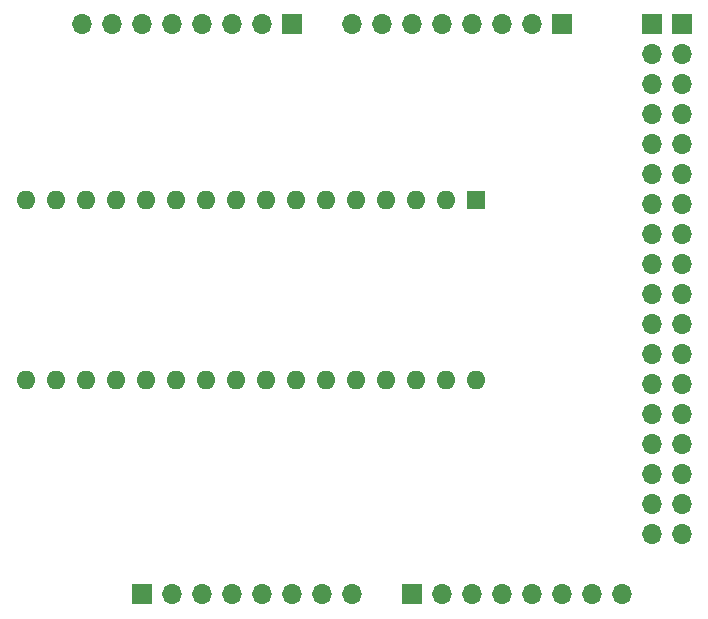
<source format=gts>
%TF.GenerationSoftware,KiCad,Pcbnew,7.0.10*%
%TF.CreationDate,2024-01-13T22:46:11-05:00*%
%TF.ProjectId,NOR Flasher,4e4f5220-466c-4617-9368-65722e6b6963,rev?*%
%TF.SameCoordinates,Original*%
%TF.FileFunction,Soldermask,Top*%
%TF.FilePolarity,Negative*%
%FSLAX46Y46*%
G04 Gerber Fmt 4.6, Leading zero omitted, Abs format (unit mm)*
G04 Created by KiCad (PCBNEW 7.0.10) date 2024-01-13 22:46:11*
%MOMM*%
%LPD*%
G01*
G04 APERTURE LIST*
%ADD10R,1.700000X1.700000*%
%ADD11O,1.700000X1.700000*%
%ADD12R,1.600000X1.600000*%
%ADD13O,1.600000X1.600000*%
G04 APERTURE END LIST*
D10*
%TO.C,JTOP1*%
X149860000Y-68580000D03*
D11*
X147320000Y-68580000D03*
X144780000Y-68580000D03*
X142240000Y-68580000D03*
X139700000Y-68580000D03*
X137160000Y-68580000D03*
X134620000Y-68580000D03*
X132080000Y-68580000D03*
%TD*%
D10*
%TO.C,JTOP2*%
X172720000Y-68580000D03*
D11*
X170180000Y-68580000D03*
X167640000Y-68580000D03*
X165100000Y-68580000D03*
X162560000Y-68580000D03*
X160020000Y-68580000D03*
X157480000Y-68580000D03*
X154940000Y-68580000D03*
%TD*%
D10*
%TO.C,JBOT1*%
X137160000Y-116840000D03*
D11*
X139700000Y-116840000D03*
X142240000Y-116840000D03*
X144780000Y-116840000D03*
X147320000Y-116840000D03*
X149860000Y-116840000D03*
X152400000Y-116840000D03*
X154940000Y-116840000D03*
%TD*%
D10*
%TO.C,JBOT2*%
X160020000Y-116840000D03*
D11*
X162560000Y-116840000D03*
X165100000Y-116840000D03*
X167640000Y-116840000D03*
X170180000Y-116840000D03*
X172720000Y-116840000D03*
X175260000Y-116840000D03*
X177800000Y-116840000D03*
%TD*%
D10*
%TO.C,J1*%
X180340000Y-68580000D03*
D11*
X180340000Y-71120000D03*
X180340000Y-73660000D03*
X180340000Y-76200000D03*
X180340000Y-78740000D03*
X180340000Y-81280000D03*
X180340000Y-83820000D03*
X180340000Y-86360000D03*
X180340000Y-88900000D03*
X180340000Y-91440000D03*
X180340000Y-93980000D03*
X180340000Y-96520000D03*
X180340000Y-99060000D03*
X180340000Y-101600000D03*
X180340000Y-104140000D03*
X180340000Y-106680000D03*
X180340000Y-109220000D03*
X180340000Y-111760000D03*
%TD*%
D10*
%TO.C,J2*%
X182880000Y-68580000D03*
D11*
X182880000Y-71120000D03*
X182880000Y-73660000D03*
X182880000Y-76200000D03*
X182880000Y-78740000D03*
X182880000Y-81280000D03*
X182880000Y-83820000D03*
X182880000Y-86360000D03*
X182880000Y-88900000D03*
X182880000Y-91440000D03*
X182880000Y-93980000D03*
X182880000Y-96520000D03*
X182880000Y-99060000D03*
X182880000Y-101600000D03*
X182880000Y-104140000D03*
X182880000Y-106680000D03*
X182880000Y-109220000D03*
X182880000Y-111760000D03*
%TD*%
D12*
%TO.C,U1*%
X165500000Y-83500000D03*
D13*
X162960000Y-83500000D03*
X160420000Y-83500000D03*
X157880000Y-83500000D03*
X155340000Y-83500000D03*
X152800000Y-83500000D03*
X150260000Y-83500000D03*
X147720000Y-83500000D03*
X145180000Y-83500000D03*
X142640000Y-83500000D03*
X140100000Y-83500000D03*
X137560000Y-83500000D03*
X135020000Y-83500000D03*
X132480000Y-83500000D03*
X129940000Y-83500000D03*
X127400000Y-83500000D03*
X127400000Y-98740000D03*
X129940000Y-98740000D03*
X132480000Y-98740000D03*
X135020000Y-98740000D03*
X137560000Y-98740000D03*
X140100000Y-98740000D03*
X142640000Y-98740000D03*
X145180000Y-98740000D03*
X147720000Y-98740000D03*
X150260000Y-98740000D03*
X152800000Y-98740000D03*
X155340000Y-98740000D03*
X157880000Y-98740000D03*
X160420000Y-98740000D03*
X162960000Y-98740000D03*
X165500000Y-98740000D03*
%TD*%
M02*

</source>
